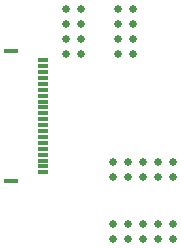
<source format=gbp>
G04*
G04 #@! TF.GenerationSoftware,Altium Limited,Altium Designer,23.0.1 (38)*
G04*
G04 Layer_Color=128*
%FSLAX25Y25*%
%MOIN*%
G70*
G04*
G04 #@! TF.SameCoordinates,78B848BC-93E4-4EEF-81BE-5096D5435DE8*
G04*
G04*
G04 #@! TF.FilePolarity,Positive*
G04*
G01*
G75*
%ADD113C,0.02500*%
%ADD114R,0.04537X0.01681*%
%ADD115R,0.03456X0.01181*%
D113*
X62800Y36000D02*
D03*
Y31000D02*
D03*
X57800Y36000D02*
D03*
X47800D02*
D03*
Y31000D02*
D03*
X42800D02*
D03*
Y36000D02*
D03*
X57800Y31000D02*
D03*
X52800Y36000D02*
D03*
Y31000D02*
D03*
X62800Y15100D02*
D03*
Y10100D02*
D03*
X57800Y15100D02*
D03*
X47800D02*
D03*
Y10100D02*
D03*
X42800D02*
D03*
Y15100D02*
D03*
X57800Y10100D02*
D03*
X52800Y15100D02*
D03*
Y10100D02*
D03*
X27100Y86800D02*
D03*
X32100D02*
D03*
Y81800D02*
D03*
X27100D02*
D03*
Y71800D02*
D03*
X32100D02*
D03*
Y76800D02*
D03*
X27100D02*
D03*
X44300Y86800D02*
D03*
X49300D02*
D03*
Y81800D02*
D03*
X44300D02*
D03*
Y71800D02*
D03*
X49300D02*
D03*
Y76800D02*
D03*
X44300D02*
D03*
D114*
X8800Y29400D02*
D03*
Y72800D02*
D03*
D115*
X19400Y69801D02*
D03*
Y67832D02*
D03*
Y65864D02*
D03*
Y63895D02*
D03*
Y61927D02*
D03*
Y59958D02*
D03*
Y57990D02*
D03*
Y56021D02*
D03*
Y54053D02*
D03*
Y52084D02*
D03*
Y50116D02*
D03*
Y48147D02*
D03*
Y46179D02*
D03*
Y44210D02*
D03*
Y42242D02*
D03*
Y40273D02*
D03*
Y38305D02*
D03*
Y36336D02*
D03*
Y34368D02*
D03*
Y32399D02*
D03*
M02*

</source>
